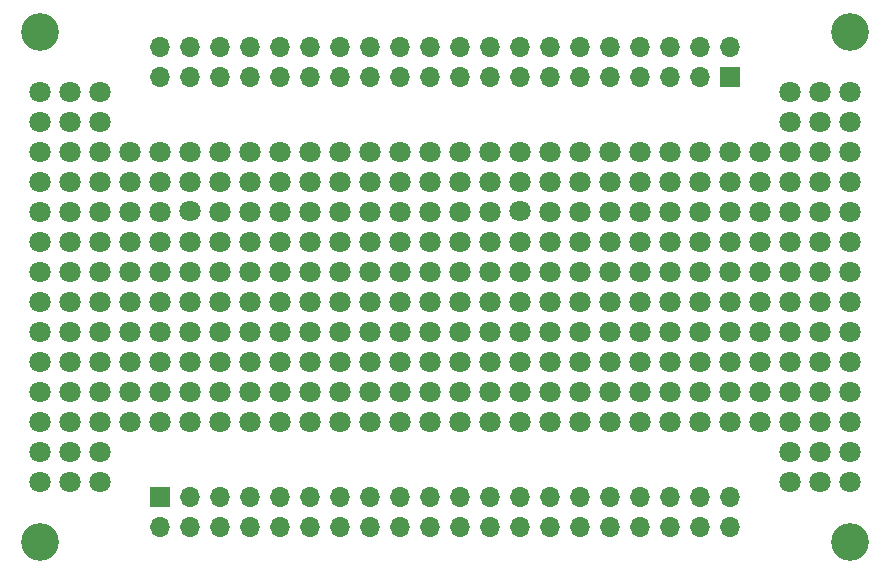
<source format=gbr>
G04 #@! TF.GenerationSoftware,KiCad,Pcbnew,7.0.6+dfsg-1*
G04 #@! TF.CreationDate,2023-07-25T09:51:38+08:00*
G04 #@! TF.ProjectId,proto,70726f74-6f2e-46b6-9963-61645f706362,a*
G04 #@! TF.SameCoordinates,Original*
G04 #@! TF.FileFunction,Soldermask,Top*
G04 #@! TF.FilePolarity,Negative*
%FSLAX46Y46*%
G04 Gerber Fmt 4.6, Leading zero omitted, Abs format (unit mm)*
G04 Created by KiCad (PCBNEW 7.0.6+dfsg-1) date 2023-07-25 09:51:38*
%MOMM*%
%LPD*%
G01*
G04 APERTURE LIST*
%ADD10C,1.800000*%
%ADD11C,3.200000*%
%ADD12R,1.700000X1.700000*%
%ADD13O,1.700000X1.700000*%
G04 APERTURE END LIST*
D10*
G04 #@! TO.C,TP187*
X144780000Y-96520000D03*
G04 #@! TD*
G04 #@! TO.C,TP20*
X137160000Y-86360000D03*
G04 #@! TD*
G04 #@! TO.C,TP31*
X127000000Y-88900000D03*
G04 #@! TD*
G04 #@! TO.C,TP42*
X116840000Y-81280000D03*
G04 #@! TD*
G04 #@! TO.C,TP257*
X170180000Y-91440000D03*
G04 #@! TD*
G04 #@! TO.C,TP90*
X180340000Y-83820000D03*
G04 #@! TD*
G04 #@! TO.C,TP39*
X127000000Y-83820000D03*
G04 #@! TD*
G04 #@! TO.C,TP241*
X144780000Y-104140000D03*
G04 #@! TD*
G04 #@! TO.C,TP36*
X119380000Y-88900000D03*
G04 #@! TD*
G04 #@! TO.C,TP166*
X134620000Y-101600000D03*
G04 #@! TD*
G04 #@! TO.C,TP263*
X167640000Y-101600000D03*
G04 #@! TD*
G04 #@! TO.C,TP245*
X147320000Y-104140000D03*
G04 #@! TD*
G04 #@! TO.C,TP48*
X165100000Y-86360000D03*
G04 #@! TD*
G04 #@! TO.C,TP47*
X142240000Y-83820000D03*
G04 #@! TD*
G04 #@! TO.C,TP32*
X124460000Y-86360000D03*
G04 #@! TD*
G04 #@! TO.C,TP93*
X167640000Y-83820000D03*
G04 #@! TD*
G04 #@! TO.C,TP96*
X175260000Y-88900000D03*
G04 #@! TD*
G04 #@! TO.C,TP266*
X177800000Y-99060000D03*
G04 #@! TD*
G04 #@! TO.C,TP2*
X114300000Y-83820000D03*
G04 #@! TD*
G04 #@! TO.C,TP115*
X116840000Y-91440000D03*
G04 #@! TD*
G04 #@! TO.C,TP95*
X167640000Y-86360000D03*
G04 #@! TD*
G04 #@! TO.C,TP68*
X152400000Y-88760000D03*
G04 #@! TD*
G04 #@! TO.C,TP35*
X121920000Y-86360000D03*
G04 #@! TD*
G04 #@! TO.C,TP133*
X139700000Y-101600000D03*
G04 #@! TD*
G04 #@! TO.C,TP131*
X129540000Y-96520000D03*
G04 #@! TD*
G04 #@! TO.C,TP250*
X154940000Y-91440000D03*
G04 #@! TD*
G04 #@! TO.C,TP130*
X137160000Y-101600000D03*
G04 #@! TD*
G04 #@! TO.C,TP40*
X129540000Y-83820000D03*
G04 #@! TD*
G04 #@! TO.C,TP256*
X149860000Y-104140000D03*
G04 #@! TD*
G04 #@! TO.C,TP72*
X152400000Y-86360000D03*
G04 #@! TD*
G04 #@! TO.C,TP238*
X162560000Y-104140000D03*
G04 #@! TD*
G04 #@! TO.C,TP127*
X116840000Y-104140000D03*
G04 #@! TD*
G04 #@! TO.C,TP258*
X172720000Y-91440000D03*
G04 #@! TD*
G04 #@! TO.C,TP129*
X116840000Y-96520000D03*
G04 #@! TD*
G04 #@! TO.C,TP63*
X160020000Y-83820000D03*
G04 #@! TD*
G04 #@! TO.C,TP215*
X165100000Y-99060000D03*
G04 #@! TD*
G04 #@! TO.C,TP109*
X114300000Y-109220000D03*
G04 #@! TD*
G04 #@! TO.C,TP216*
X149860000Y-101600000D03*
G04 #@! TD*
G04 #@! TO.C,TP262*
X172720000Y-106680000D03*
G04 #@! TD*
G04 #@! TO.C,TP91*
X167640000Y-88900000D03*
G04 #@! TD*
G04 #@! TO.C,TP105*
X111760000Y-93980000D03*
G04 #@! TD*
G04 #@! TO.C,TP117*
X124460000Y-101600000D03*
G04 #@! TD*
G04 #@! TO.C,TP89*
X175260000Y-86360000D03*
G04 #@! TD*
G04 #@! TO.C,TP61*
X157480000Y-86360000D03*
G04 #@! TD*
G04 #@! TO.C,TP143*
X129540000Y-101600000D03*
G04 #@! TD*
G04 #@! TO.C,TP94*
X175260000Y-78740000D03*
G04 #@! TD*
G04 #@! TO.C,TP264*
X167640000Y-104140000D03*
G04 #@! TD*
G04 #@! TO.C,TP97*
X111760000Y-96520000D03*
G04 #@! TD*
G04 #@! TO.C,TP118*
X129540000Y-91440000D03*
G04 #@! TD*
G04 #@! TO.C,TP119*
X137160000Y-93980000D03*
G04 #@! TD*
G04 #@! TO.C,TP120*
X124460000Y-91440000D03*
G04 #@! TD*
G04 #@! TO.C,TP219*
X144780000Y-91440000D03*
G04 #@! TD*
G04 #@! TO.C,TP269*
X175260000Y-101600000D03*
G04 #@! TD*
G04 #@! TO.C,TP273*
X170180000Y-106680000D03*
G04 #@! TD*
G04 #@! TO.C,TP146*
X132080000Y-99060000D03*
G04 #@! TD*
G04 #@! TO.C,TP106*
X114300000Y-93980000D03*
G04 #@! TD*
G04 #@! TO.C,TP167*
X137160000Y-104140000D03*
G04 #@! TD*
G04 #@! TO.C,TP222*
X162560000Y-101600000D03*
G04 #@! TD*
G04 #@! TO.C,TP171*
X116840000Y-109220000D03*
G04 #@! TD*
G04 #@! TO.C,TP12*
X132080000Y-83820000D03*
G04 #@! TD*
G04 #@! TO.C,TP21*
X139700000Y-86360000D03*
G04 #@! TD*
G04 #@! TO.C,TP177*
X119380000Y-104140000D03*
G04 #@! TD*
G04 #@! TO.C,TP180*
X124460000Y-104140000D03*
G04 #@! TD*
G04 #@! TO.C,TP270*
X180340000Y-96520000D03*
G04 #@! TD*
G04 #@! TO.C,TP24*
X134620000Y-88900000D03*
G04 #@! TD*
G04 #@! TO.C,TP223*
X157480000Y-104140000D03*
G04 #@! TD*
G04 #@! TO.C,TP101*
X114300000Y-96520000D03*
G04 #@! TD*
G04 #@! TO.C,TP186*
X132080000Y-93980000D03*
G04 #@! TD*
G04 #@! TO.C,TP175*
X137160000Y-96520000D03*
G04 #@! TD*
G04 #@! TO.C,TP6*
X111760000Y-78740000D03*
G04 #@! TD*
G04 #@! TO.C,TP227*
X165100000Y-101600000D03*
G04 #@! TD*
G04 #@! TO.C,TP265*
X175260000Y-99060000D03*
G04 #@! TD*
G04 #@! TO.C,TP150*
X124460000Y-96520000D03*
G04 #@! TD*
G04 #@! TO.C,TP153*
X121920000Y-93980000D03*
G04 #@! TD*
G04 #@! TO.C,TP261*
X175260000Y-109220000D03*
G04 #@! TD*
G04 #@! TO.C,TP145*
X132080000Y-106680000D03*
G04 #@! TD*
G04 #@! TO.C,TP234*
X165100000Y-96520000D03*
G04 #@! TD*
G04 #@! TO.C,TP235*
X142240000Y-93980000D03*
G04 #@! TD*
G04 #@! TO.C,TP259*
X172720000Y-93980000D03*
G04 #@! TD*
G04 #@! TO.C,TP159*
X121920000Y-91440000D03*
G04 #@! TD*
G04 #@! TO.C,TP160*
X127000000Y-96520000D03*
G04 #@! TD*
G04 #@! TO.C,TP236*
X152400000Y-104140000D03*
G04 #@! TD*
G04 #@! TO.C,TP161*
X139700000Y-96520000D03*
G04 #@! TD*
G04 #@! TO.C,TP46*
X157480000Y-88900000D03*
G04 #@! TD*
G04 #@! TO.C,TP237*
X152400000Y-101600000D03*
G04 #@! TD*
G04 #@! TO.C,TP290*
X180340000Y-111760000D03*
G04 #@! TD*
G04 #@! TO.C,TP165*
X116840000Y-111760000D03*
G04 #@! TD*
G04 #@! TO.C,TP30*
X129540000Y-86360000D03*
G04 #@! TD*
G04 #@! TO.C,TP29*
X121920000Y-88900000D03*
G04 #@! TD*
G04 #@! TO.C,TP304*
X180340000Y-99060000D03*
G04 #@! TD*
G04 #@! TO.C,TP73*
X172720000Y-86360000D03*
G04 #@! TD*
G04 #@! TO.C,TP303*
X177800000Y-91440000D03*
G04 #@! TD*
G04 #@! TO.C,TP302*
X175260000Y-111760000D03*
G04 #@! TD*
G04 #@! TO.C,TP301*
X172720000Y-104140000D03*
G04 #@! TD*
G04 #@! TO.C,TP28*
X127000000Y-86360000D03*
G04 #@! TD*
G04 #@! TO.C,TP233*
X144780000Y-106680000D03*
G04 #@! TD*
G04 #@! TO.C,TP54*
X147320000Y-86360000D03*
G04 #@! TD*
G04 #@! TO.C,TP75*
X180340000Y-88900000D03*
G04 #@! TD*
G04 #@! TO.C,TP76*
X177800000Y-78740000D03*
G04 #@! TD*
G04 #@! TO.C,TP26*
X132080000Y-86360000D03*
G04 #@! TD*
G04 #@! TO.C,TP79*
X180340000Y-86360000D03*
G04 #@! TD*
G04 #@! TO.C,TP155*
X124460000Y-99060000D03*
G04 #@! TD*
G04 #@! TO.C,TP56*
X144780000Y-86360000D03*
G04 #@! TD*
G04 #@! TO.C,TP81*
X177800000Y-83820000D03*
G04 #@! TD*
G04 #@! TO.C,TP232*
X160020000Y-96520000D03*
G04 #@! TD*
G04 #@! TO.C,TP231*
X149860000Y-99060000D03*
G04 #@! TD*
G04 #@! TO.C,TP55*
X149860000Y-83820000D03*
G04 #@! TD*
G04 #@! TO.C,TP230*
X144780000Y-99060000D03*
G04 #@! TD*
G04 #@! TO.C,TP229*
X165100000Y-91440000D03*
G04 #@! TD*
G04 #@! TO.C,TP228*
X149860000Y-91440000D03*
G04 #@! TD*
G04 #@! TO.C,TP147*
X124460000Y-93980000D03*
G04 #@! TD*
G04 #@! TO.C,TP299*
X170180000Y-104140000D03*
G04 #@! TD*
G04 #@! TO.C,TP214*
X160020000Y-101600000D03*
G04 #@! TD*
G04 #@! TO.C,TP102*
X114300000Y-106680000D03*
G04 #@! TD*
G04 #@! TO.C,TP82*
X177800000Y-81280000D03*
G04 #@! TD*
G04 #@! TO.C,TP100*
X114300000Y-99060000D03*
G04 #@! TD*
G04 #@! TO.C,TP1*
X114300000Y-88900000D03*
G04 #@! TD*
G04 #@! TO.C,TP51*
X142240000Y-88900000D03*
G04 #@! TD*
G04 #@! TO.C,TP225*
X142240000Y-104140000D03*
G04 #@! TD*
G04 #@! TO.C,TP224*
X157480000Y-99060000D03*
G04 #@! TD*
G04 #@! TO.C,TP297*
X175260000Y-96520000D03*
G04 #@! TD*
G04 #@! TO.C,TP296*
X180340000Y-101600000D03*
G04 #@! TD*
G04 #@! TO.C,TP49*
X154940000Y-83820000D03*
G04 #@! TD*
G04 #@! TO.C,TP295*
X170180000Y-93980000D03*
G04 #@! TD*
G04 #@! TO.C,TP23*
X119380000Y-83820000D03*
G04 #@! TD*
G04 #@! TO.C,TP294*
X175260000Y-104140000D03*
G04 #@! TD*
G04 #@! TO.C,TP221*
X157480000Y-91440000D03*
G04 #@! TD*
G04 #@! TO.C,TP293*
X172720000Y-101600000D03*
G04 #@! TD*
G04 #@! TO.C,TP220*
X165100000Y-93980000D03*
G04 #@! TD*
D11*
G04 #@! TO.C,J3*
X111760000Y-73660000D03*
X111760000Y-116840000D03*
X180340000Y-73660000D03*
X180340000Y-116840000D03*
G04 #@! TD*
D10*
G04 #@! TO.C,TP274*
X167640000Y-96520000D03*
G04 #@! TD*
G04 #@! TO.C,TP289*
X180340000Y-104140000D03*
G04 #@! TD*
G04 #@! TO.C,TP288*
X175260000Y-93980000D03*
G04 #@! TD*
G04 #@! TO.C,TP108*
X111760000Y-109220000D03*
G04 #@! TD*
G04 #@! TO.C,TP218*
X149860000Y-96520000D03*
G04 #@! TD*
G04 #@! TO.C,TP217*
X144780000Y-101600000D03*
G04 #@! TD*
G04 #@! TO.C,TP44*
X162560000Y-83820000D03*
G04 #@! TD*
G04 #@! TO.C,TP170*
X134620000Y-96520000D03*
G04 #@! TD*
G04 #@! TO.C,TP4*
X114300000Y-86360000D03*
G04 #@! TD*
G04 #@! TO.C,TP287*
X177800000Y-104140000D03*
G04 #@! TD*
G04 #@! TO.C,TP286*
X172720000Y-96520000D03*
G04 #@! TD*
G04 #@! TO.C,TP87*
X172720000Y-88900000D03*
G04 #@! TD*
G04 #@! TO.C,TP285*
X167640000Y-93980000D03*
G04 #@! TD*
G04 #@! TO.C,TP17*
X116840000Y-86360000D03*
G04 #@! TD*
G04 #@! TO.C,TP253*
X149860000Y-93980000D03*
G04 #@! TD*
G04 #@! TO.C,TP125*
X129540000Y-93980000D03*
G04 #@! TD*
G04 #@! TO.C,TP254*
X157480000Y-106680000D03*
G04 #@! TD*
G04 #@! TO.C,TP282*
X180340000Y-93980000D03*
G04 #@! TD*
G04 #@! TO.C,TP255*
X160020000Y-93980000D03*
G04 #@! TD*
G04 #@! TO.C,TP122*
X121920000Y-99060000D03*
G04 #@! TD*
G04 #@! TO.C,TP111*
X114300000Y-101600000D03*
G04 #@! TD*
G04 #@! TO.C,TP121*
X134620000Y-99060000D03*
G04 #@! TD*
G04 #@! TO.C,TP16*
X116840000Y-83820000D03*
G04 #@! TD*
G04 #@! TO.C,TP252*
X147320000Y-96520000D03*
G04 #@! TD*
G04 #@! TO.C,TP67*
X154940000Y-88900000D03*
G04 #@! TD*
G04 #@! TO.C,TP14*
X137160000Y-83820000D03*
G04 #@! TD*
G04 #@! TO.C,TP66*
X162560000Y-86360000D03*
G04 #@! TD*
G04 #@! TO.C,TP251*
X157480000Y-101600000D03*
G04 #@! TD*
G04 #@! TO.C,TP65*
X154940000Y-86360000D03*
G04 #@! TD*
G04 #@! TO.C,TP136*
X116840000Y-106680000D03*
G04 #@! TD*
G04 #@! TO.C,TP281*
X177800000Y-109220000D03*
G04 #@! TD*
G04 #@! TO.C,TP249*
X157480000Y-93980000D03*
G04 #@! TD*
G04 #@! TO.C,TP248*
X154940000Y-96520000D03*
G04 #@! TD*
G04 #@! TO.C,TP110*
X111760000Y-104140000D03*
G04 #@! TD*
G04 #@! TO.C,TP83*
X170180000Y-83820000D03*
G04 #@! TD*
G04 #@! TO.C,TP99*
X111760000Y-106680000D03*
G04 #@! TD*
G04 #@! TO.C,TP60*
X144780000Y-88900000D03*
G04 #@! TD*
G04 #@! TO.C,TP13*
X139700000Y-88900000D03*
G04 #@! TD*
G04 #@! TO.C,TP247*
X147320000Y-101600000D03*
G04 #@! TD*
G04 #@! TO.C,TP140*
X137160000Y-99060000D03*
G04 #@! TD*
G04 #@! TO.C,TP246*
X160020000Y-104140000D03*
G04 #@! TD*
G04 #@! TO.C,TP78*
X177800000Y-88900000D03*
G04 #@! TD*
G04 #@! TO.C,TP139*
X121920000Y-106680000D03*
G04 #@! TD*
G04 #@! TO.C,TP138*
X127000000Y-91440000D03*
G04 #@! TD*
G04 #@! TO.C,TP137*
X119380000Y-106680000D03*
G04 #@! TD*
G04 #@! TO.C,TP279*
X167640000Y-106680000D03*
G04 #@! TD*
G04 #@! TO.C,TP11*
X139700000Y-83820000D03*
G04 #@! TD*
G04 #@! TO.C,TP135*
X129540000Y-99060000D03*
G04 #@! TD*
G04 #@! TO.C,TP244*
X160020000Y-99060000D03*
G04 #@! TD*
G04 #@! TO.C,TP77*
X172720000Y-83820000D03*
G04 #@! TD*
G04 #@! TO.C,TP277*
X177800000Y-106680000D03*
G04 #@! TD*
G04 #@! TO.C,TP132*
X127000000Y-101600000D03*
G04 #@! TD*
G04 #@! TO.C,TP114*
X111760000Y-111760000D03*
G04 #@! TD*
G04 #@! TO.C,TP243*
X152400000Y-96520000D03*
G04 #@! TD*
G04 #@! TO.C,TP113*
X114300000Y-104140000D03*
G04 #@! TD*
G04 #@! TO.C,TP59*
X160020000Y-88900000D03*
G04 #@! TD*
G04 #@! TO.C,TP62*
X165100000Y-88900000D03*
G04 #@! TD*
G04 #@! TO.C,TP18*
X124460000Y-83820000D03*
G04 #@! TD*
G04 #@! TO.C,TP242*
X154940000Y-99060000D03*
G04 #@! TD*
G04 #@! TO.C,TP10*
X114300000Y-78740000D03*
G04 #@! TD*
G04 #@! TO.C,TP45*
X142240000Y-86360000D03*
G04 #@! TD*
G04 #@! TO.C,TP19*
X129540000Y-88900000D03*
G04 #@! TD*
G04 #@! TO.C,TP276*
X167640000Y-99060000D03*
G04 #@! TD*
G04 #@! TO.C,TP41*
X121920000Y-83820000D03*
G04 #@! TD*
G04 #@! TO.C,TP240*
X142240000Y-99060000D03*
G04 #@! TD*
G04 #@! TO.C,TP80*
X175260000Y-81280000D03*
G04 #@! TD*
G04 #@! TO.C,TP112*
X114300000Y-111760000D03*
G04 #@! TD*
G04 #@! TO.C,TP34*
X119380000Y-86360000D03*
G04 #@! TD*
G04 #@! TO.C,TP33*
X116840000Y-78740000D03*
G04 #@! TD*
G04 #@! TO.C,TP3*
X111760000Y-83820000D03*
G04 #@! TD*
G04 #@! TO.C,TP58*
X149860000Y-86360000D03*
G04 #@! TD*
G04 #@! TO.C,TP124*
X139700000Y-93980000D03*
G04 #@! TD*
G04 #@! TO.C,TP86*
X170180000Y-88900000D03*
G04 #@! TD*
G04 #@! TO.C,TP43*
X160020000Y-86360000D03*
G04 #@! TD*
G04 #@! TO.C,TP239*
X154940000Y-106680000D03*
G04 #@! TD*
G04 #@! TO.C,TP275*
X175260000Y-106680000D03*
G04 #@! TD*
G04 #@! TO.C,TP226*
X165100000Y-106680000D03*
G04 #@! TD*
G04 #@! TO.C,TP183*
X119380000Y-101600000D03*
G04 #@! TD*
G04 #@! TO.C,TP184*
X134620000Y-106680000D03*
G04 #@! TD*
G04 #@! TO.C,TP37*
X134620000Y-86360000D03*
G04 #@! TD*
G04 #@! TO.C,TP53*
X157480000Y-83820000D03*
G04 #@! TD*
G04 #@! TO.C,TP107*
X114300000Y-91440000D03*
G04 #@! TD*
G04 #@! TO.C,TP9*
X114300000Y-81280000D03*
G04 #@! TD*
G04 #@! TO.C,TP162*
X119380000Y-96520000D03*
G04 #@! TD*
G04 #@! TO.C,TP74*
X177800000Y-86360000D03*
G04 #@! TD*
G04 #@! TO.C,TP182*
X132080000Y-101600000D03*
G04 #@! TD*
G04 #@! TO.C,TP178*
X119380000Y-93980000D03*
G04 #@! TD*
G04 #@! TO.C,TP52*
X147320000Y-83820000D03*
G04 #@! TD*
G04 #@! TO.C,TP7*
X111760000Y-86360000D03*
G04 #@! TD*
G04 #@! TO.C,TP64*
X144780000Y-83820000D03*
G04 #@! TD*
G04 #@! TO.C,TP213*
X142240000Y-101600000D03*
G04 #@! TD*
G04 #@! TO.C,TP211*
X152400000Y-99060000D03*
G04 #@! TD*
G04 #@! TO.C,TP210*
X152400000Y-106680000D03*
G04 #@! TD*
G04 #@! TO.C,TP134*
X132080000Y-104140000D03*
G04 #@! TD*
G04 #@! TO.C,TP278*
X177800000Y-96520000D03*
G04 #@! TD*
G04 #@! TO.C,TP126*
X119380000Y-91440000D03*
G04 #@! TD*
G04 #@! TO.C,TP8*
X111760000Y-88900000D03*
G04 #@! TD*
G04 #@! TO.C,TP141*
X119380000Y-99060000D03*
G04 #@! TD*
G04 #@! TO.C,TP280*
X170180000Y-96520000D03*
G04 #@! TD*
G04 #@! TO.C,TP84*
X180340000Y-81280000D03*
G04 #@! TD*
G04 #@! TO.C,TP208*
X165100000Y-104140000D03*
G04 #@! TD*
G04 #@! TO.C,TP144*
X116840000Y-93980000D03*
G04 #@! TD*
G04 #@! TO.C,TP207*
X142240000Y-106680000D03*
G04 #@! TD*
G04 #@! TO.C,TP15*
X137160000Y-88900000D03*
G04 #@! TD*
G04 #@! TO.C,TP206*
X154940000Y-93980000D03*
G04 #@! TD*
G04 #@! TO.C,TP205*
X157480000Y-96520000D03*
G04 #@! TD*
G04 #@! TO.C,TP70*
X162560000Y-88900000D03*
G04 #@! TD*
G04 #@! TO.C,TP98*
X111760000Y-101600000D03*
G04 #@! TD*
G04 #@! TO.C,TP283*
X177800000Y-111760000D03*
G04 #@! TD*
G04 #@! TO.C,TP284*
X180340000Y-91440000D03*
G04 #@! TD*
G04 #@! TO.C,TP71*
X147320000Y-88900000D03*
G04 #@! TD*
G04 #@! TO.C,TP168*
X134620000Y-104140000D03*
G04 #@! TD*
G04 #@! TO.C,TP142*
X129540000Y-104140000D03*
G04 #@! TD*
G04 #@! TO.C,TP203*
X160020000Y-91440000D03*
G04 #@! TD*
G04 #@! TO.C,TP172*
X139700000Y-91440000D03*
G04 #@! TD*
G04 #@! TO.C,TP190*
X162560000Y-96520000D03*
G04 #@! TD*
G04 #@! TO.C,TP104*
X111760000Y-99060000D03*
G04 #@! TD*
G04 #@! TO.C,TP174*
X127000000Y-104140000D03*
G04 #@! TD*
G04 #@! TO.C,TP201*
X147320000Y-106680000D03*
G04 #@! TD*
G04 #@! TO.C,TP291*
X167640000Y-91440000D03*
G04 #@! TD*
G04 #@! TO.C,TP292*
X175260000Y-91440000D03*
G04 #@! TD*
G04 #@! TO.C,TP176*
X127000000Y-93980000D03*
G04 #@! TD*
G04 #@! TO.C,TP22*
X134620000Y-83820000D03*
G04 #@! TD*
G04 #@! TO.C,TP200*
X162560000Y-91440000D03*
G04 #@! TD*
G04 #@! TO.C,TP179*
X132080000Y-91440000D03*
G04 #@! TD*
G04 #@! TO.C,TP181*
X127000000Y-106680000D03*
G04 #@! TD*
G04 #@! TO.C,TP5*
X111760000Y-81280000D03*
G04 #@! TD*
G04 #@! TO.C,TP197*
X147320000Y-99060000D03*
G04 #@! TD*
G04 #@! TO.C,TP298*
X180340000Y-106680000D03*
G04 #@! TD*
G04 #@! TO.C,TP85*
X180340000Y-78740000D03*
G04 #@! TD*
G04 #@! TO.C,TP185*
X137160000Y-91440000D03*
G04 #@! TD*
G04 #@! TO.C,TP195*
X162560000Y-106680000D03*
G04 #@! TD*
G04 #@! TO.C,TP103*
X111760000Y-91440000D03*
G04 #@! TD*
G04 #@! TO.C,TP25*
X124460000Y-88760000D03*
G04 #@! TD*
G04 #@! TO.C,TP149*
X134620000Y-91440000D03*
G04 #@! TD*
G04 #@! TO.C,TP300*
X170180000Y-99060000D03*
G04 #@! TD*
G04 #@! TO.C,TP194*
X144780000Y-93980000D03*
G04 #@! TD*
G04 #@! TO.C,TP151*
X139700000Y-99060000D03*
G04 #@! TD*
G04 #@! TO.C,TP152*
X139700000Y-104140000D03*
G04 #@! TD*
G04 #@! TO.C,TP27*
X116840000Y-88900000D03*
G04 #@! TD*
G04 #@! TO.C,TP193*
X147320000Y-93980000D03*
G04 #@! TD*
D12*
G04 #@! TO.C,J2*
X121920000Y-113030000D03*
D13*
X121920000Y-115570000D03*
X124460000Y-113030000D03*
X124460000Y-115570000D03*
X127000000Y-113030000D03*
X127000000Y-115570000D03*
X129540000Y-113030000D03*
X129540000Y-115570000D03*
X132080000Y-113030000D03*
X132080000Y-115570000D03*
X134620000Y-113030000D03*
X134620000Y-115570000D03*
X137160000Y-113030000D03*
X137160000Y-115570000D03*
X139700000Y-113030000D03*
X139700000Y-115570000D03*
X142240000Y-113030000D03*
X142240000Y-115570000D03*
X144780000Y-113030000D03*
X144780000Y-115570000D03*
X147320000Y-113030000D03*
X147320000Y-115570000D03*
X149860000Y-113030000D03*
X149860000Y-115570000D03*
X152400000Y-113030000D03*
X152400000Y-115570000D03*
X154940000Y-113030000D03*
X154940000Y-115570000D03*
X157480000Y-113030000D03*
X157480000Y-115570000D03*
X160020000Y-113030000D03*
X160020000Y-115570000D03*
X162560000Y-113030000D03*
X162560000Y-115570000D03*
X165100000Y-113030000D03*
X165100000Y-115570000D03*
X167640000Y-113030000D03*
X167640000Y-115570000D03*
X170180000Y-113030000D03*
X170180000Y-115570000D03*
G04 #@! TD*
D10*
G04 #@! TO.C,TP192*
X162560000Y-99060000D03*
G04 #@! TD*
G04 #@! TO.C,TP164*
X127000000Y-99060000D03*
G04 #@! TD*
G04 #@! TO.C,TP191*
X147320000Y-91440000D03*
G04 #@! TD*
G04 #@! TO.C,TP163*
X137160000Y-106680000D03*
G04 #@! TD*
D12*
G04 #@! TO.C,J1*
X170180000Y-77470000D03*
D13*
X170180000Y-74930000D03*
X167640000Y-77470000D03*
X167640000Y-74930000D03*
X165100000Y-77470000D03*
X165100000Y-74930000D03*
X162560000Y-77470000D03*
X162560000Y-74930000D03*
X160020000Y-77470000D03*
X160020000Y-74930000D03*
X157480000Y-77470000D03*
X157480000Y-74930000D03*
X154940000Y-77470000D03*
X154940000Y-74930000D03*
X152400000Y-77470000D03*
X152400000Y-74930000D03*
X149860000Y-77470000D03*
X149860000Y-74930000D03*
X147320000Y-77470000D03*
X147320000Y-74930000D03*
X144780000Y-77470000D03*
X144780000Y-74930000D03*
X142240000Y-77470000D03*
X142240000Y-74930000D03*
X139700000Y-77470000D03*
X139700000Y-74930000D03*
X137160000Y-77470000D03*
X137160000Y-74930000D03*
X134620000Y-77470000D03*
X134620000Y-74930000D03*
X132080000Y-77470000D03*
X132080000Y-74930000D03*
X129540000Y-77470000D03*
X129540000Y-74930000D03*
X127000000Y-77470000D03*
X127000000Y-74930000D03*
X124460000Y-77470000D03*
X124460000Y-74930000D03*
X121920000Y-77470000D03*
X121920000Y-74930000D03*
G04 #@! TD*
D10*
G04 #@! TO.C,TP158*
X132080000Y-96520000D03*
G04 #@! TD*
G04 #@! TO.C,TP157*
X121920000Y-104140000D03*
G04 #@! TD*
G04 #@! TO.C,TP57*
X149860000Y-88900000D03*
G04 #@! TD*
G04 #@! TO.C,TP154*
X116840000Y-101600000D03*
G04 #@! TD*
G04 #@! TO.C,TP148*
X121920000Y-96520000D03*
G04 #@! TD*
G04 #@! TO.C,TP196*
X152400000Y-93980000D03*
G04 #@! TD*
G04 #@! TO.C,TP198*
X154940000Y-101600000D03*
G04 #@! TD*
G04 #@! TO.C,TP199*
X152400000Y-91440000D03*
G04 #@! TD*
G04 #@! TO.C,TP271*
X177800000Y-101600000D03*
G04 #@! TD*
G04 #@! TO.C,TP272*
X177800000Y-93980000D03*
G04 #@! TD*
G04 #@! TO.C,TP169*
X124460000Y-106680000D03*
G04 #@! TD*
G04 #@! TO.C,TP204*
X149860000Y-106680000D03*
G04 #@! TD*
G04 #@! TO.C,TP92*
X170180000Y-86360000D03*
G04 #@! TD*
G04 #@! TO.C,TP267*
X172720000Y-99060000D03*
G04 #@! TD*
G04 #@! TO.C,TP69*
X165100000Y-83820000D03*
G04 #@! TD*
G04 #@! TO.C,TP116*
X129540000Y-106680000D03*
G04 #@! TD*
G04 #@! TO.C,TP88*
X175260000Y-83820000D03*
G04 #@! TD*
G04 #@! TO.C,TP260*
X180340000Y-109220000D03*
G04 #@! TD*
G04 #@! TO.C,TP209*
X154940000Y-104140000D03*
G04 #@! TD*
G04 #@! TO.C,TP212*
X162560000Y-93980000D03*
G04 #@! TD*
G04 #@! TO.C,TP128*
X139700000Y-106680000D03*
G04 #@! TD*
G04 #@! TO.C,TP202*
X142240000Y-96520000D03*
G04 #@! TD*
G04 #@! TO.C,TP189*
X160020000Y-106680000D03*
G04 #@! TD*
G04 #@! TO.C,TP38*
X132080000Y-88900000D03*
G04 #@! TD*
G04 #@! TO.C,TP268*
X170180000Y-101600000D03*
G04 #@! TD*
G04 #@! TO.C,TP123*
X116840000Y-99060000D03*
G04 #@! TD*
G04 #@! TO.C,TP50*
X152400000Y-83820000D03*
G04 #@! TD*
G04 #@! TO.C,TP173*
X134620000Y-93980000D03*
G04 #@! TD*
G04 #@! TO.C,TP156*
X121920000Y-101600000D03*
G04 #@! TD*
G04 #@! TO.C,TP188*
X142240000Y-91440000D03*
G04 #@! TD*
M02*

</source>
